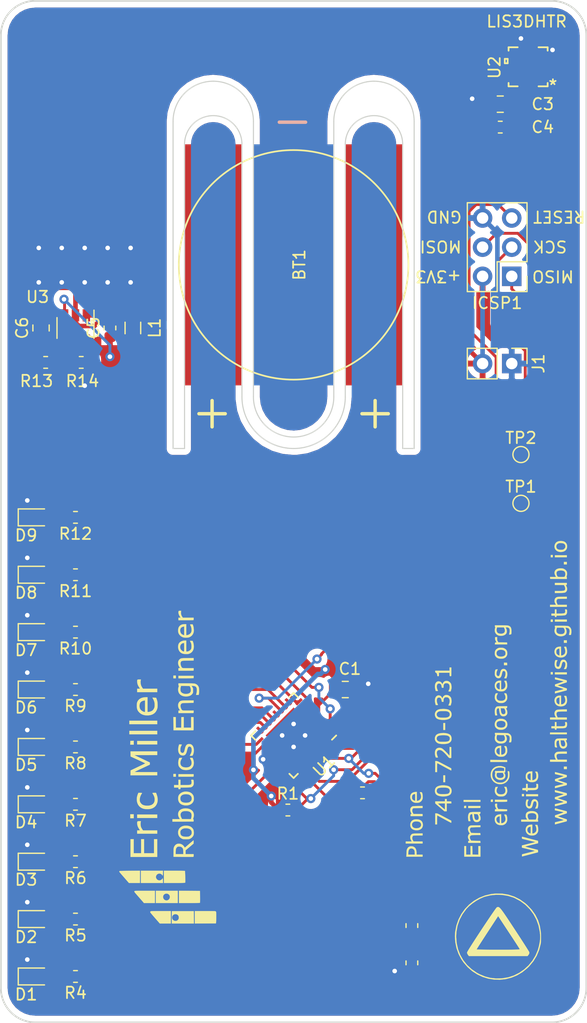
<source format=kicad_pcb>
(kicad_pcb (version 20171130) (host pcbnew 5.1.0-unknown-3692c51~82~ubuntu16.04.1)
  (layers (0 F.Cu signal) (31 B.Cu signal) (34 B.Paste user) (35 F.Paste user) (36 B.SilkS user) (37 F.SilkS user) (38 B.Mask user) (39 F.Mask user) (44 Edge.Cuts user))
  (net 0 "")
  (net 1 +BATT)
  (net 2 GND)
  (net 3 /LED_1)
  (net 4 /LED_2)
  (net 5 /LED_3)
  (net 6 /LED_4)
  (net 7 /LED_5)
  (net 8 /LED_6)
  (net 9 /LED_7)
  (net 10 /LED_8)
  (net 11 /SCK)
  (net 12 /RESET)
  (net 13 +3V3)
  (net 14 /MOSI)
  (net 15 /MISO)
  (net 16 /SDA)
  (net 17 /SCL)
  (net 18 /LED_0)
  (net 19 /TOUCH_RECEIVE)
  (net 20 "Net-(D1-Pad2)")
  (net 21 "Net-(D2-Pad2)")
  (net 22 "Net-(D3-Pad2)")
  (net 23 "Net-(D4-Pad2)")
  (net 24 "Net-(D5-Pad2)")
  (net 25 "Net-(D6-Pad2)")
  (net 26 "Net-(D7-Pad2)")
  (net 27 "Net-(D8-Pad2)")
  (net 28 "Net-(D9-Pad2)")
  (net 29 "Net-(L1-Pad1)")
  (net 30 "Net-(R13-Pad2)")
  (module CustomFootprints:CR2016VP (layer F.Cu) (at 210.197801 75.473789 90)
    (fp_text reference BT1 (at 0 0.5 90) (layer F.SilkS))
    (fp_text value CR-2016)
    (pad 1 smd rect (at 0 -7 90) (size 21 5) (layers F.Cu F.Mask) (net 1 +BATT))
    (pad 2 smd rect (at 0 0 90) (size 21 7) (layers B.Cu B.Mask) (net 2 GND))
    (pad 1 smd rect (at 0 7 90) (size 21 5) (layers F.Cu F.Mask) (net 1 +BATT))
  )
  (module CustomFootprints:button_v1 (layer F.Cu) (at 228 134 90)
    (fp_text reference "" (at 0 0 90) (layer F.SilkS) (effects (font (size 1.27 1.27))))
    (fp_text value "" (at 0 0 90) (layer F.SilkS) (effects (font (size 1.27 1.27))))
    (fp_poly (pts (xy 1.55205 -5.267535) (xy 1.673344 -5.240398) (xy 1.839529 -5.187841) (xy 2.420721 -4.949141) (xy 2.975237 -4.635329) (xy 3.494348 -4.254034) (xy 3.969327 -3.812886) (xy 4.391446 -3.319515) (xy 4.751977 -2.781552) (xy 4.898648 -2.513553) (xy 5.112604 -2.057569) (xy 5.271953 -1.628194) (xy 5.383345 -1.199326) (xy 5.45343 -0.744866) (xy 5.488858 -0.238713) (xy 5.490549 -0.1905) (xy 5.495553 0.229967) (xy 5.478308 0.595735) (xy 5.435145 0.934707) (xy 5.362393 1.274787) (xy 5.256386 1.643879) (xy 5.244399 1.68163) (xy 5.004318 2.299081) (xy 4.695815 2.873938) (xy 4.325043 3.402381) (xy 3.898157 3.880587) (xy 3.421309 4.304735) (xy 2.900653 4.671003) (xy 2.342342 4.97557) (xy 1.75253 5.214614) (xy 1.13737 5.384314) (xy 0.503015 5.480848) (xy -0.144381 5.500394) (xy -0.798665 5.439131) (xy -0.804333 5.438238) (xy -1.46522 5.292206) (xy -2.095384 5.070533) (xy -2.689273 4.777948) (xy -3.241336 4.419186) (xy -3.746023 3.998977) (xy -4.197782 3.522054) (xy -4.591061 2.993149) (xy -4.92031 2.416995) (xy -5.179976 1.798322) (xy -5.222342 1.672167) (xy -5.385828 1.029274) (xy -5.469459 0.370377) (xy -5.473718 -0.294298) (xy -5.399088 -0.954527) (xy -5.246053 -1.600084) (xy -5.041039 -2.161588) (xy -4.742929 -2.75154) (xy -4.378013 -3.299918) (xy -3.95334 -3.800131) (xy -3.475958 -4.245589) (xy -2.952914 -4.629704) (xy -2.391258 -4.945887) (xy -1.807844 -5.184267) (xy -1.630438 -5.238925) (xy -1.504573 -5.263081) (xy -1.404296 -5.260335) (xy -1.348229 -5.247998) (xy -1.165558 -5.159984) (xy -1.044683 -5.01418) (xy -0.986066 -4.811164) (xy -0.984198 -4.793708) (xy -0.985864 -4.639644) (xy -1.030189 -4.513211) (xy -1.126807 -4.404369) (xy -1.285349 -4.303078) (xy -1.51545 -4.199296) (xy -1.578245 -4.174507) (xy -2.136007 -3.914832) (xy -2.643446 -3.590429) (xy -3.096497 -3.20722) (xy -3.491096 -2.771124) (xy -3.823175 -2.288061) (xy -4.08867 -1.763952) (xy -4.283516 -1.204715) (xy -4.403647 -0.616272) (xy -4.444998 -0.004541) (xy -4.445 0) (xy -4.404363 0.610879) (xy -4.285361 1.197945) (xy -4.092357 1.7554) (xy -3.829713 2.277444) (xy -3.501794 2.758277) (xy -3.112962 3.1921) (xy -2.66758 3.573114) (xy -2.170012 3.895518) (xy -1.62462 4.153514) (xy -1.215134 4.293144) (xy -0.627278 4.421546) (xy -0.041785 4.468977) (xy 0.535051 4.439044) (xy 1.096936 4.335351) (xy 1.637576 4.161504) (xy 2.150676 3.921108) (xy 2.629943 3.617769) (xy 3.069083 3.255091) (xy 3.461801 2.836681) (xy 3.801803 2.366143) (xy 4.082795 1.847082) (xy 4.298483 1.283104) (xy 4.349512 1.105699) (xy 4.392698 0.932789) (xy 4.42302 0.777442) (xy 4.442762 0.617424) (xy 4.45421 0.430498) (xy 4.459648 0.194429) (xy 4.460972 0.021167) (xy 4.460407 -0.256148) (xy 4.454636 -0.470354) (xy 4.441714 -0.642944) (xy 4.419694 -0.795415) (xy 4.38663 -0.94926) (xy 4.365538 -1.032687) (xy 4.202027 -1.560637) (xy 3.99954 -2.027806) (xy 3.74738 -2.453218) (xy 3.434853 -2.855898) (xy 3.196167 -3.112542) (xy 3.018084 -3.286009) (xy 2.834859 -3.452875) (xy 2.666574 -3.595546) (xy 2.533309 -3.696425) (xy 2.518833 -3.706053) (xy 2.35015 -3.808582) (xy 2.14974 -3.919836) (xy 1.940472 -4.028193) (xy 1.745215 -4.122034) (xy 1.586839 -4.189739) (xy 1.524 -4.211548) (xy 1.29289 -4.301156) (xy 1.136685 -4.416105) (xy 1.047188 -4.565542) (xy 1.016199 -4.758613) (xy 1.016 -4.778317) (xy 1.055653 -4.961756) (xy 1.164255 -5.119244) (xy 1.326268 -5.230357) (xy 1.37386 -5.248682) (xy 1.460531 -5.269211) (xy 1.55205 -5.267535)) (layer F.Cu) (width 0.01))
  )
  (module Capacitor_SMD:C_0805_2012Metric (layer F.Cu) (at 214.697801 112.473789)
    (fp_text reference C1 (at 0.4 -1.8) (layer F.SilkS))
    (fp_text value 10uF)
    (pad 2 smd roundrect (at 0.9375 0) (size 0.975 1.4) (layers F.Cu F.Paste F.Mask) (net 2 GND))
    (pad 1 smd roundrect (at -0.9375 0) (size 0.975 1.4) (layers F.Cu F.Paste F.Mask) (net 13 +3V3))
  )
  (module Capacitor_SMD:C_0805_2012Metric (layer F.Cu) (at 228.197801 61.473789 180)
    (fp_text reference C3 (at -3.7 0 180) (layer F.SilkS))
    (fp_text value 10uF)
    (pad 2 smd roundrect (at 0.9375 0 180) (size 0.975 1.4) (layers F.Cu F.Paste F.Mask) (net 2 GND))
    (pad 1 smd roundrect (at -0.9375 0 180) (size 0.975 1.4) (layers F.Cu F.Paste F.Mask) (net 13 +3V3))
  )
  (module Capacitor_SMD:C_0603_1608Metric (layer F.Cu) (at 228.197801 63.473789 180)
    (fp_text reference C4 (at -3.7 0 180) (layer F.SilkS))
    (fp_text value 100nF)
    (pad 2 smd roundrect (at 0.7875 0 180) (size 0.875 0.95) (layers F.Cu F.Paste F.Mask) (net 2 GND))
    (pad 1 smd roundrect (at -0.7875 0 180) (size 0.875 0.95) (layers F.Cu F.Paste F.Mask) (net 13 +3V3))
  )
  (module LED_SMD:LED_0603_1608Metric (layer F.Cu) (at 187.697801 137.473789)
    (fp_text reference D1 (at -0.8 1.57) (layer F.SilkS))
    (fp_text value LED)
    (pad 2 smd roundrect (at 0.7875 0) (size 0.875 0.95) (layers F.Cu F.Paste F.Mask) (net 20 "Net-(D1-Pad2)"))
    (pad 1 smd roundrect (at -0.7875 0) (size 0.875 0.95) (layers F.Cu F.Paste F.Mask) (net 2 GND))
  )
  (module LED_SMD:LED_0603_1608Metric (layer F.Cu) (at 187.697801 132.473789)
    (fp_text reference D2 (at -0.8 1.57) (layer F.SilkS))
    (fp_text value LED)
    (pad 2 smd roundrect (at 0.7875 0) (size 0.875 0.95) (layers F.Cu F.Paste F.Mask) (net 21 "Net-(D2-Pad2)"))
    (pad 1 smd roundrect (at -0.7875 0) (size 0.875 0.95) (layers F.Cu F.Paste F.Mask) (net 2 GND))
  )
  (module LED_SMD:LED_0603_1608Metric (layer F.Cu) (at 187.697801 127.473789)
    (fp_text reference D3 (at -0.8 1.57) (layer F.SilkS))
    (fp_text value LED)
    (pad 2 smd roundrect (at 0.7875 0) (size 0.875 0.95) (layers F.Cu F.Paste F.Mask) (net 22 "Net-(D3-Pad2)"))
    (pad 1 smd roundrect (at -0.7875 0) (size 0.875 0.95) (layers F.Cu F.Paste F.Mask) (net 2 GND))
  )
  (module LED_SMD:LED_0603_1608Metric (layer F.Cu) (at 187.697801 122.473789)
    (fp_text reference D4 (at -0.8 1.57) (layer F.SilkS))
    (fp_text value LED)
    (pad 2 smd roundrect (at 0.7875 0) (size 0.875 0.95) (layers F.Cu F.Paste F.Mask) (net 23 "Net-(D4-Pad2)"))
    (pad 1 smd roundrect (at -0.7875 0) (size 0.875 0.95) (layers F.Cu F.Paste F.Mask) (net 2 GND))
  )
  (module LED_SMD:LED_0603_1608Metric (layer F.Cu) (at 187.697801 117.473789)
    (fp_text reference D5 (at -0.8 1.57) (layer F.SilkS))
    (fp_text value LED)
    (pad 2 smd roundrect (at 0.7875 0) (size 0.875 0.95) (layers F.Cu F.Paste F.Mask) (net 24 "Net-(D5-Pad2)"))
    (pad 1 smd roundrect (at -0.7875 0) (size 0.875 0.95) (layers F.Cu F.Paste F.Mask) (net 2 GND))
  )
  (module LED_SMD:LED_0603_1608Metric (layer F.Cu) (at 187.697801 112.473789)
    (fp_text reference D6 (at -0.8 1.57) (layer F.SilkS))
    (fp_text value LED)
    (pad 2 smd roundrect (at 0.7875 0) (size 0.875 0.95) (layers F.Cu F.Paste F.Mask) (net 25 "Net-(D6-Pad2)"))
    (pad 1 smd roundrect (at -0.7875 0) (size 0.875 0.95) (layers F.Cu F.Paste F.Mask) (net 2 GND))
  )
  (module LED_SMD:LED_0603_1608Metric (layer F.Cu) (at 187.697801 107.473789)
    (fp_text reference D7 (at -0.8 1.57) (layer F.SilkS))
    (fp_text value LED)
    (pad 2 smd roundrect (at 0.7875 0) (size 0.875 0.95) (layers F.Cu F.Paste F.Mask) (net 26 "Net-(D7-Pad2)"))
    (pad 1 smd roundrect (at -0.7875 0) (size 0.875 0.95) (layers F.Cu F.Paste F.Mask) (net 2 GND))
  )
  (module LED_SMD:LED_0603_1608Metric (layer F.Cu) (at 187.697801 102.473789)
    (fp_text reference D8 (at -0.8 1.57) (layer F.SilkS))
    (fp_text value LED)
    (pad 2 smd roundrect (at 0.7875 0) (size 0.875 0.95) (layers F.Cu F.Paste F.Mask) (net 27 "Net-(D8-Pad2)"))
    (pad 1 smd roundrect (at -0.7875 0) (size 0.875 0.95) (layers F.Cu F.Paste F.Mask) (net 2 GND))
  )
  (module LED_SMD:LED_0603_1608Metric (layer F.Cu) (at 187.697801 97.473789)
    (fp_text reference D9 (at -0.8 1.57) (layer F.SilkS))
    (fp_text value LED)
    (pad 2 smd roundrect (at 0.7875 0) (size 0.875 0.95) (layers F.Cu F.Paste F.Mask) (net 28 "Net-(D9-Pad2)"))
    (pad 1 smd roundrect (at -0.7875 0) (size 0.875 0.95) (layers F.Cu F.Paste F.Mask) (net 2 GND))
  )
  (module Connector_PinHeader_2.54mm:PinHeader_2x03_P2.54mm_Vertical (layer F.Cu) (at 229.197801 76.473789 180)
    (fp_text reference ICSP1 (at 1.27 -2.33 180) (layer F.SilkS))
    (fp_text value ICSP)
    (pad 6 thru_hole oval (at 2.54 5.08 180) (size 1.7 1.7) (drill 1) (layers *.Cu *.Mask) (net 2 GND))
    (pad 5 thru_hole oval (at 0 5.08 180) (size 1.7 1.7) (drill 1) (layers *.Cu *.Mask) (net 12 /RESET))
    (pad 4 thru_hole oval (at 2.54 2.54 180) (size 1.7 1.7) (drill 1) (layers *.Cu *.Mask) (net 14 /MOSI))
    (pad 3 thru_hole oval (at 0 2.54 180) (size 1.7 1.7) (drill 1) (layers *.Cu *.Mask) (net 11 /SCK))
    (pad 2 thru_hole oval (at 2.54 0 180) (size 1.7 1.7) (drill 1) (layers *.Cu *.Mask) (net 13 +3V3))
    (pad 1 thru_hole rect (at 0 0 180) (size 1.7 1.7) (drill 1) (layers *.Cu *.Mask) (net 15 /MISO))
  )
  (module CustomFootprints:LIS3DHTR (layer F.Cu) (at 230.6228 58.218788 180)
    (fp_text reference U2 (at 2.924999 -0.055001 270) (layer F.SilkS))
    (fp_text value LIS3DHTR (at 0.124999 3.944999 180) (layer F.SilkS))
    (fp_text user * (at -2.159 -1.631 180) (layer F.SilkS))
    (pad 16 smd rect (at -0.499999 -1.3462 180) (size 0.254 0.3556) (layers F.Cu F.Paste F.Mask))
    (pad 15 smd rect (at 0 -1.3462 180) (size 0.254 0.3556) (layers F.Cu F.Paste F.Mask))
    (pad 14 smd rect (at 0.499999 -1.3462 180) (size 0.254 0.3556) (layers F.Cu F.Paste F.Mask) (net 13 +3V3))
    (pad 13 smd rect (at 1.3462 -1.000001 270) (size 0.254 0.3556) (layers F.Cu F.Paste F.Mask))
    (pad 12 smd rect (at 1.3462 -0.499999 270) (size 0.254 0.3556) (layers F.Cu F.Paste F.Mask) (net 2 GND))
    (pad 11 smd rect (at 1.3462 0 270) (size 0.254 0.3556) (layers F.Cu F.Paste F.Mask))
    (pad 10 smd rect (at 1.3462 0.499999 270) (size 0.254 0.3556) (layers F.Cu F.Paste F.Mask) (net 2 GND))
    (pad 9 smd rect (at 1.3462 1.000001 270) (size 0.254 0.3556) (layers F.Cu F.Paste F.Mask))
    (pad 8 smd rect (at 0.499999 1.3462 180) (size 0.254 0.3556) (layers F.Cu F.Paste F.Mask) (net 13 +3V3))
    (pad 7 smd rect (at 0 1.3462 180) (size 0.254 0.3556) (layers F.Cu F.Paste F.Mask) (net 2 GND))
    (pad 6 smd rect (at -0.499999 1.3462 180) (size 0.254 0.3556) (layers F.Cu F.Paste F.Mask) (net 16 /SDA))
    (pad 5 smd rect (at -1.3462 1.000001 270) (size 0.254 0.3556) (layers F.Cu F.Paste F.Mask) (net 2 GND))
    (pad 4 smd rect (at -1.3462 0.499999 270) (size 0.254 0.3556) (layers F.Cu F.Paste F.Mask) (net 17 /SCL))
    (pad 3 smd rect (at -1.3462 0 270) (size 0.254 0.3556) (layers F.Cu F.Paste F.Mask))
    (pad 2 smd rect (at -1.3462 -0.499999 270) (size 0.254 0.3556) (layers F.Cu F.Paste F.Mask))
    (pad 1 smd rect (at -1.3462 -1.000001 270) (size 0.254 0.3556) (layers F.Cu F.Paste F.Mask) (net 13 +3V3))
  )
  (module Inductors_SMD:L_0603 (layer F.Cu) (at 196.197801 80.973789 270)
    (fp_text reference L1 (at 0 -1.9 270) (layer F.SilkS))
    (fp_text value 4.7uH)
    (pad 2 smd rect (at 0.75 0 270) (size 0.5 0.9) (layers F.Cu F.Paste F.Mask) (net 1 +BATT))
    (pad 1 smd rect (at -0.75 0 270) (size 0.5 0.9) (layers F.Cu F.Paste F.Mask) (net 29 "Net-(L1-Pad1)"))
  )
  (module Housings_DFN_QFN:QFN-32-1EP_5x5mm_Pitch0.5mm (layer F.Cu) (at 210.197801 116.473789 225)
    (fp_text reference U1 (at 0 -3.75 225) (layer F.SilkS))
    (fp_text value ATTINY861-15MZ)
    (pad 33 smd rect (at -0.8625 -0.8625 225) (size 1.725 1.725) (layers F.Cu F.Paste F.Mask) (net 2 GND))
    (pad 33 smd rect (at -0.8625 0.8625 225) (size 1.725 1.725) (layers F.Cu F.Paste F.Mask) (net 2 GND))
    (pad 33 smd rect (at 0.8625 -0.8625 225) (size 1.725 1.725) (layers F.Cu F.Paste F.Mask) (net 2 GND))
    (pad 33 smd rect (at 0.8625 0.8625 225) (size 1.725 1.725) (layers F.Cu F.Paste F.Mask) (net 2 GND))
    (pad 32 smd rect (at -1.75 -2.4 315) (size 0.7 0.25) (layers F.Cu F.Paste F.Mask) (net 11 /SCK))
    (pad 31 smd rect (at -1.25 -2.4 315) (size 0.7 0.25) (layers F.Cu F.Paste F.Mask) (net 15 /MISO))
    (pad 30 smd rect (at -0.75 -2.4 315) (size 0.7 0.25) (layers F.Cu F.Paste F.Mask) (net 14 /MOSI))
    (pad 29 smd rect (at -0.25 -2.4 315) (size 0.7 0.25) (layers F.Cu F.Paste F.Mask))
    (pad 28 smd rect (at 0.25 -2.4 315) (size 0.7 0.25) (layers F.Cu F.Paste F.Mask))
    (pad 27 smd rect (at 0.75 -2.4 315) (size 0.7 0.25) (layers F.Cu F.Paste F.Mask))
    (pad 26 smd rect (at 1.25 -2.4 315) (size 0.7 0.25) (layers F.Cu F.Paste F.Mask) (net 16 /SDA))
    (pad 25 smd rect (at 1.75 -2.4 315) (size 0.7 0.25) (layers F.Cu F.Paste F.Mask) (net 19 /TOUCH_RECEIVE))
    (pad 24 smd rect (at 2.4 -1.75 225) (size 0.7 0.25) (layers F.Cu F.Paste F.Mask))
    (pad 23 smd rect (at 2.4 -1.25 225) (size 0.7 0.25) (layers F.Cu F.Paste F.Mask) (net 17 /SCL))
    (pad 22 smd rect (at 2.4 -0.75 225) (size 0.7 0.25) (layers F.Cu F.Paste F.Mask) (net 18 /LED_0))
    (pad 21 smd rect (at 2.4 -0.25 225) (size 0.7 0.25) (layers F.Cu F.Paste F.Mask) (net 2 GND))
    (pad 20 smd rect (at 2.4 0.25 225) (size 0.7 0.25) (layers F.Cu F.Paste F.Mask))
    (pad 19 smd rect (at 2.4 0.75 225) (size 0.7 0.25) (layers F.Cu F.Paste F.Mask))
    (pad 18 smd rect (at 2.4 1.25 225) (size 0.7 0.25) (layers F.Cu F.Paste F.Mask) (net 13 +3V3))
    (pad 17 smd rect (at 2.4 1.75 225) (size 0.7 0.25) (layers F.Cu F.Paste F.Mask) (net 3 /LED_1))
    (pad 16 smd rect (at 1.75 2.4 315) (size 0.7 0.25) (layers F.Cu F.Paste F.Mask))
    (pad 15 smd rect (at 1.25 2.4 315) (size 0.7 0.25) (layers F.Cu F.Paste F.Mask) (net 4 /LED_2))
    (pad 14 smd rect (at 0.75 2.4 315) (size 0.7 0.25) (layers F.Cu F.Paste F.Mask) (net 5 /LED_3))
    (pad 13 smd rect (at 0.25 2.4 315) (size 0.7 0.25) (layers F.Cu F.Paste F.Mask) (net 6 /LED_4))
    (pad 12 smd rect (at -0.25 2.4 315) (size 0.7 0.25) (layers F.Cu F.Paste F.Mask))
    (pad 11 smd rect (at -0.75 2.4 315) (size 0.7 0.25) (layers F.Cu F.Paste F.Mask) (net 12 /RESET))
    (pad 10 smd rect (at -1.25 2.4 315) (size 0.7 0.25) (layers F.Cu F.Paste F.Mask) (net 7 /LED_5))
    (pad 9 smd rect (at -1.75 2.4 315) (size 0.7 0.25) (layers F.Cu F.Paste F.Mask))
    (pad 8 smd rect (at -2.4 1.75 225) (size 0.7 0.25) (layers F.Cu F.Paste F.Mask) (net 8 /LED_6))
    (pad 7 smd rect (at -2.4 1.25 225) (size 0.7 0.25) (layers F.Cu F.Paste F.Mask) (net 9 /LED_7))
    (pad 6 smd rect (at -2.4 0.75 225) (size 0.7 0.25) (layers F.Cu F.Paste F.Mask))
    (pad 5 smd rect (at -2.4 0.25 225) (size 0.7 0.25) (layers F.Cu F.Paste F.Mask) (net 2 GND))
    (pad 4 smd rect (at -2.4 -0.25 225) (size 0.7 0.25) (layers F.Cu F.Paste F.Mask) (net 13 +3V3))
    (pad 3 smd rect (at -2.4 -0.75 225) (size 0.7 0.25) (layers F.Cu F.Paste F.Mask))
    (pad 2 smd rect (at -2.4 -1.25 225) (size 0.7 0.25) (layers F.Cu F.Paste F.Mask) (net 10 /LED_8))
    (pad 1 smd rect (at -2.4 -1.75 225) (size 0.7 0.25) (layers F.Cu F.Paste F.Mask))
  )
  (module TO_SOT_Packages_SMD:SOT-23-6 (layer F.Cu) (at 191.197801 80.973789 270)
    (fp_text reference U3 (at -2.7 3.3) (layer F.SilkS))
    (fp_text value MCP1640DT-I/CHY)
    (pad 5 smd rect (at 1.1 0 270) (size 1.06 0.65) (layers F.Cu F.Paste F.Mask) (net 13 +3V3))
    (pad 6 smd rect (at 1.1 -0.95 270) (size 1.06 0.65) (layers F.Cu F.Paste F.Mask) (net 1 +BATT))
    (pad 4 smd rect (at 1.1 0.95 270) (size 1.06 0.65) (layers F.Cu F.Paste F.Mask) (net 30 "Net-(R13-Pad2)"))
    (pad 3 smd rect (at -1.1 0.95 270) (size 1.06 0.65) (layers F.Cu F.Paste F.Mask) (net 1 +BATT))
    (pad 2 smd rect (at -1.1 0 270) (size 1.06 0.65) (layers F.Cu F.Paste F.Mask) (net 2 GND))
    (pad 1 smd rect (at -1.1 -0.95 270) (size 1.06 0.65) (layers F.Cu F.Paste F.Mask) (net 29 "Net-(L1-Pad1)"))
  )
  (module Capacitor_SMD:C_0805_2012Metric (layer F.Cu) (at 188.197801 80.973789 90)
    (fp_text reference C6 (at 0 -1.65 90) (layer F.SilkS))
    (fp_text value 10uF)
    (pad 1 smd roundrect (at -0.9375 0 90) (size 0.975 1.4) (layers F.Cu F.Paste F.Mask) (net 13 +3V3))
    (pad 2 smd roundrect (at 0.9375 0 90) (size 0.975 1.4) (layers F.Cu F.Paste F.Mask) (net 2 GND))
  )
  (module Connector_PinHeader_2.54mm:PinHeader_1x02_P2.54mm_Vertical (layer F.Cu) (at 229.197801 84.073789 270)
    (fp_text reference J1 (at 0 -2.33 270) (layer F.SilkS))
    (fp_text value PWR)
    (pad 1 thru_hole rect (at 0 0 270) (size 1.7 1.7) (drill 1) (layers *.Cu *.Mask) (net 2 GND))
    (pad 2 thru_hole oval (at 0 2.54 270) (size 1.7 1.7) (drill 1) (layers *.Cu *.Mask) (net 13 +3V3))
  )
  (module Resistor_SMD:R_0603_1608Metric (layer F.Cu) (at 220.5 133.0375 90)
    (fp_text reference R3 hide)
    (fp_text value 976k)
    (pad 1 smd roundrect (at -0.7875 0 90) (size 0.875 0.95) (layers F.Cu F.Paste F.Mask) (net 19 /TOUCH_RECEIVE))
    (pad 2 smd roundrect (at 0.7875 0 90) (size 0.875 0.95) (layers F.Cu F.Paste F.Mask) (net 14 /MOSI))
  )
  (module Resistor_SMD:R_0603_1608Metric (layer F.Cu) (at 209.697801 122.973789)
    (fp_text reference R1 (at 0 -1.43) (layer F.SilkS))
    (fp_text value 10k)
    (pad 1 smd roundrect (at -0.7875 0) (size 0.875 0.95) (layers F.Cu F.Paste F.Mask) (net 13 +3V3))
    (pad 2 smd roundrect (at 0.7875 0) (size 0.875 0.95) (layers F.Cu F.Paste F.Mask) (net 17 /SCL))
  )
  (module Resistor_SMD:R_0603_1608Metric (layer F.Cu) (at 216.197801 121.473789 180)
    (fp_text reference R2 hide)
    (fp_text value 10k)
    (pad 2 smd roundrect (at 0.7875 0 180) (size 0.875 0.95) (layers F.Cu F.Paste F.Mask) (net 16 /SDA))
    (pad 1 smd roundrect (at -0.7875 0 180) (size 0.875 0.95) (layers F.Cu F.Paste F.Mask) (net 13 +3V3))
  )
  (module Resistor_SMD:R_0603_1608Metric (layer F.Cu) (at 191.197801 137.473789 180)
    (fp_text reference R4 (at 0 -1.43 180) (layer F.SilkS))
    (fp_text value 150R)
    (pad 2 smd roundrect (at 0.7875 0 180) (size 0.875 0.95) (layers F.Cu F.Paste F.Mask) (net 20 "Net-(D1-Pad2)"))
    (pad 1 smd roundrect (at -0.7875 0 180) (size 0.875 0.95) (layers F.Cu F.Paste F.Mask) (net 18 /LED_0))
  )
  (module Resistor_SMD:R_0603_1608Metric (layer F.Cu) (at 191.197801 132.473789 180)
    (fp_text reference R5 (at 0 -1.43 180) (layer F.SilkS))
    (fp_text value 150R)
    (pad 1 smd roundrect (at -0.7875 0 180) (size 0.875 0.95) (layers F.Cu F.Paste F.Mask) (net 3 /LED_1))
    (pad 2 smd roundrect (at 0.7875 0 180) (size 0.875 0.95) (layers F.Cu F.Paste F.Mask) (net 21 "Net-(D2-Pad2)"))
  )
  (module Resistor_SMD:R_0603_1608Metric (layer F.Cu) (at 191.197801 127.473789 180)
    (fp_text reference R6 (at 0 -1.43 180) (layer F.SilkS))
    (fp_text value 150R)
    (pad 2 smd roundrect (at 0.7875 0 180) (size 0.875 0.95) (layers F.Cu F.Paste F.Mask) (net 22 "Net-(D3-Pad2)"))
    (pad 1 smd roundrect (at -0.7875 0 180) (size 0.875 0.95) (layers F.Cu F.Paste F.Mask) (net 4 /LED_2))
  )
  (module Resistor_SMD:R_0603_1608Metric (layer F.Cu) (at 191.197801 122.473789 180)
    (fp_text reference R7 (at 0 -1.43 180) (layer F.SilkS))
    (fp_text value 150R)
    (pad 1 smd roundrect (at -0.7875 0 180) (size 0.875 0.95) (layers F.Cu F.Paste F.Mask) (net 5 /LED_3))
    (pad 2 smd roundrect (at 0.7875 0 180) (size 0.875 0.95) (layers F.Cu F.Paste F.Mask) (net 23 "Net-(D4-Pad2)"))
  )
  (module Resistor_SMD:R_0603_1608Metric (layer F.Cu) (at 191.197801 117.473789 180)
    (fp_text reference R8 (at 0 -1.43 180) (layer F.SilkS))
    (fp_text value 150R)
    (pad 2 smd roundrect (at 0.7875 0 180) (size 0.875 0.95) (layers F.Cu F.Paste F.Mask) (net 24 "Net-(D5-Pad2)"))
    (pad 1 smd roundrect (at -0.7875 0 180) (size 0.875 0.95) (layers F.Cu F.Paste F.Mask) (net 6 /LED_4))
  )
  (module Resistor_SMD:R_0603_1608Metric (layer F.Cu) (at 191.197801 112.473789 180)
    (fp_text reference R9 (at 0 -1.43 180) (layer F.SilkS))
    (fp_text value 150R)
    (pad 1 smd roundrect (at -0.7875 0 180) (size 0.875 0.95) (layers F.Cu F.Paste F.Mask) (net 7 /LED_5))
    (pad 2 smd roundrect (at 0.7875 0 180) (size 0.875 0.95) (layers F.Cu F.Paste F.Mask) (net 25 "Net-(D6-Pad2)"))
  )
  (module Resistor_SMD:R_0603_1608Metric (layer F.Cu) (at 191.197801 107.473789 180)
    (fp_text reference R10 (at 0 -1.43 180) (layer F.SilkS))
    (fp_text value 150R)
    (pad 2 smd roundrect (at 0.7875 0 180) (size 0.875 0.95) (layers F.Cu F.Paste F.Mask) (net 26 "Net-(D7-Pad2)"))
    (pad 1 smd roundrect (at -0.7875 0 180) (size 0.875 0.95) (layers F.Cu F.Paste F.Mask) (net 8 /LED_6))
  )
  (module Resistor_SMD:R_0603_1608Metric (layer F.Cu) (at 191.197801 102.473789 180)
    (fp_text reference R11 (at 0 -1.43 180) (layer F.SilkS))
    (fp_text value 150R)
    (pad 1 smd roundrect (at -0.7875 0 180) (size 0.875 0.95) (layers F.Cu F.Paste F.Mask) (net 9 /LED_7))
    (pad 2 smd roundrect (at 0.7875 0 180) (size 0.875 0.95) (layers F.Cu F.Paste F.Mask) (net 27 "Net-(D8-Pad2)"))
  )
  (module Resistor_SMD:R_0603_1608Metric (layer F.Cu) (at 191.197801 97.473789 180)
    (fp_text reference R12 (at 0 -1.43 180) (layer F.SilkS))
    (fp_text value 150R)
    (pad 1 smd roundrect (at -0.7875 0 180) (size 0.875 0.95) (layers F.Cu F.Paste F.Mask) (net 10 /LED_8))
    (pad 2 smd roundrect (at 0.7875 0 180) (size 0.875 0.95) (layers F.Cu F.Paste F.Mask) (net 28 "Net-(D9-Pad2)"))
  )
  (module Resistor_SMD:R_0603_1608Metric (layer F.Cu) (at 188.6 83.973789)
    (fp_text reference R13 (at -0.797801 1.626211) (layer F.SilkS))
    (fp_text value 976k)
    (pad 2 smd roundrect (at 0.7875 0) (size 0.875 0.95) (layers F.Cu F.Paste F.Mask) (net 30 "Net-(R13-Pad2)"))
    (pad 1 smd roundrect (at -0.7875 0) (size 0.875 0.95) (layers F.Cu F.Paste F.Mask) (net 13 +3V3))
  )
  (module Resistor_SMD:R_0603_1608Metric (layer F.Cu) (at 191.697801 83.973789)
    (fp_text reference R14 (at 0.102199 1.626211) (layer F.SilkS))
    (fp_text value 562k)
    (pad 2 smd roundrect (at 0.7875 0) (size 0.875 0.95) (layers F.Cu F.Paste F.Mask) (net 2 GND))
    (pad 1 smd roundrect (at -0.7875 0) (size 0.875 0.95) (layers F.Cu F.Paste F.Mask) (net 30 "Net-(R13-Pad2)"))
  )
  (module CustomFootprints:CAP_TOUCH (layer F.Cu) (at 228 134)
    (fp_text reference BTN1)
    (fp_text value "Cap Sense")
    (pad 1 smd circle (at 0 0) (size 7.5 7.5) (layers F.Cu) (net 19 /TOUCH_RECEIVE))
  )
  (module CustomFootprints:EricCardSilkscreen (layer F.Cu) (at 211.25 94.75 90)
    (fp_text reference G*** hide)
    (fp_text value LOGO hide)
  )
  (module Capacitor_SMD:C_0603_1608Metric (layer F.Cu) (at 220.5 136.2875 270)
    (fp_text reference C2 hide)
    (fp_text value 22pf)
    (pad 2 smd roundrect (at 0.7875 0 270) (size 0.875 0.95) (layers F.Cu F.Paste F.Mask) (net 2 GND))
    (pad 1 smd roundrect (at -0.7875 0 270) (size 0.875 0.95) (layers F.Cu F.Paste F.Mask) (net 19 /TOUCH_RECEIVE))
  )
  (module Capacitor_SMD:C_0603_1608Metric (layer F.Cu) (at 194.197801 80.973789 90)
    (fp_text reference C5 (at 0 -1.43 90) (layer F.SilkS))
    (fp_text value 4.7uF)
    (pad 1 smd roundrect (at -0.7875 0 90) (size 0.875 0.95) (layers F.Cu F.Paste F.Mask) (net 1 +BATT))
    (pad 2 smd roundrect (at 0.7875 0 90) (size 0.875 0.95) (layers F.Cu F.Paste F.Mask) (net 2 GND))
  )
  (module TestPoint:TestPoint_Pad_D1.0mm (layer F.Cu) (at 230 96.25)
    (fp_text reference TP1 (at 0 -1.448) (layer F.SilkS))
    (fp_text value TestPoint)
    (pad 1 smd circle (at 0 0) (size 1 1) (layers F.Cu F.Mask) (net 16 /SDA))
  )
  (module TestPoint:TestPoint_Pad_D1.0mm (layer F.Cu) (at 230 92)
    (fp_text reference TP2 (at 0 -1.448) (layer F.SilkS))
    (fp_text value TestPoint)
    (pad 1 smd circle (at 0 0) (size 1 1) (layers F.Cu F.Mask) (net 17 /SCL))
  )
  (gr_text - (at 210.097801 63.273789 180) (layer B.SilkS) (effects (font (size 3 3) (thickness 0.3)) (justify mirror)))
  (gr_arc (start 187.697801 55.473789) (end 187.697801 52.473789) (angle -90) (layer Edge.Cuts) (width 0.15))
  (gr_arc (start 232.697801 55.473789) (end 235.697801 55.473789) (angle -90) (layer Edge.Cuts) (width 0.15))
  (gr_arc (start 187.697801 138.473789) (end 184.697801 138.473789) (angle -90) (layer Edge.Cuts) (width 0.15))
  (gr_arc (start 232.697801 138.473789) (end 232.697801 141.473789) (angle -90) (layer Edge.Cuts) (width 0.15))
  (gr_text + (at 203.097801 88.673789 180) (layer F.SilkS) (effects (font (size 3 3) (thickness 0.3))))
  (gr_text + (at 217.297801 88.673789 180) (layer F.SilkS) (effects (font (size 3 3) (thickness 0.3))))
  (gr_text +3V3 (at 220.697801 76.473789 180) (layer F.SilkS) (effects (font (size 1 1)) (justify right)))
  (gr_text MOSI (at 221.097801 73.873789 180) (layer F.SilkS) (effects (font (size 1 1)) (justify right)))
  (gr_text GND (at 221.697801 71.273789 180) (layer F.SilkS) (effects (font (size 1 1)) (justify right)))
  (gr_text RESET (at 235.697801 71.273789 180) (layer F.SilkS) (effects (font (size 1 1)) (justify left)))
  (gr_text SCK (at 234.097801 73.873789 180) (layer F.SilkS) (effects (font (size 1 1)) (justify left)))
  (gr_text MISO (at 234.697801 76.473789 180) (layer F.SilkS) (effects (font (size 1 1)) (justify left)))
  (gr_arc (start 210.197801 86.973789) (end 210.197801 91.473789) (angle -90) (layer Edge.Cuts) (width 0.1))
  (gr_line (start 206.697801 62.973789) (end 206.697801 86.973789) (layer Edge.Cuts) (width 0.1))
  (gr_arc (start 203.197801 64.973789) (end 205.697801 64.973789) (angle -180) (layer Edge.Cuts) (width 0.1))
  (gr_line (start 219.697801 91.473789) (end 220.697801 91.473789) (layer Edge.Cuts) (width 0.1))
  (gr_line (start 220.697801 91.473789) (end 220.697801 62.973789) (layer Edge.Cuts) (width 0.1))
  (gr_arc (start 210.197801 86.973789) (end 206.697801 86.973789) (angle -180) (layer Edge.Cuts) (width 0.1))
  (gr_line (start 214.697801 86.973789) (end 214.697801 64.973789) (layer Edge.Cuts) (width 0.1))
  (gr_arc (start 217.197801 64.973789) (end 219.697801 64.973789) (angle -180) (layer Edge.Cuts) (width 0.1))
  (gr_line (start 213.697801 62.973789) (end 213.697801 86.973789) (layer Edge.Cuts) (width 0.1))
  (gr_line (start 205.697801 86.973789) (end 205.697801 64.973789) (layer Edge.Cuts) (width 0.1))
  (gr_line (start 200.697801 64.973789) (end 200.697801 91.473789) (layer Edge.Cuts) (width 0.1))
  (gr_line (start 200.697801 91.473789) (end 199.697801 91.473789) (layer Edge.Cuts) (width 0.1))
  (gr_arc (start 217.197801 62.973789) (end 220.697801 62.973789) (angle -90) (layer Edge.Cuts) (width 0.1))
  (gr_line (start 199.697801 91.473789) (end 199.697801 62.973789) (layer Edge.Cuts) (width 0.1))
  (gr_arc (start 217.197801 62.973789) (end 217.197801 59.473789) (angle -90) (layer Edge.Cuts) (width 0.1))
  (gr_arc (start 210.197801 86.973789) (end 205.697801 86.973789) (angle -90) (layer Edge.Cuts) (width 0.1))
  (gr_arc (start 203.197801 62.973789) (end 203.197801 59.473789) (angle -90) (layer Edge.Cuts) (width 0.1))
  (gr_arc (start 203.197801 62.973789) (end 206.697801 62.973789) (angle -90) (layer Edge.Cuts) (width 0.1))
  (gr_line (start 219.697801 64.973789) (end 219.697801 91.473789) (layer Edge.Cuts) (width 0.1))
  (gr_line (start 187.697801 141.473789) (end 232.697801 141.473789) (layer Edge.Cuts) (width 0.15))
  (gr_line (start 184.697801 55.473789) (end 184.697801 138.473789) (layer Edge.Cuts) (width 0.15))
  (gr_line (start 232.697801 52.473789) (end 187.697801 52.473789) (layer Edge.Cuts) (width 0.15))
  (gr_line (start 235.697801 138.473789) (end 235.697801 55.473789) (layer Edge.Cuts) (width 0.15))
  (segment (start 195.947801 82.723789) (end 196.197801 82.473789) (width 0.4) (layer F.Cu) (net 1))
  (segment (start 196.197801 82.473789) (end 196.197801 81.723789) (width 0.4) (layer F.Cu) (net 1))
  (via (at 190.197801 78.473789) (size 0.8) (drill 0.4) (layers F.Cu B.Cu) (net 1))
  (segment (start 190.247801 79.873789) (end 190.247801 78.523789) (width 0.25) (layer F.Cu) (net 1))
  (segment (start 190.247801 78.523789) (end 190.197801 78.473789) (width 0.25) (layer F.Cu) (net 1))
  (segment (start 190.197801 78.473789) (end 194.197801 82.473789) (width 0.25) (layer B.Cu) (net 1))
  (segment (start 194.197801 82.473789) (end 194.197801 83.473789) (width 0.25) (layer B.Cu) (net 1))
  (segment (start 203.197801 93.302199) (end 201.75 94.75) (width 0.4) (layer F.Cu) (net 1))
  (segment (start 201.75 94.75) (end 199.25 94.75) (width 0.4) (layer F.Cu) (net 1))
  (segment (start 199.25 94.75) (end 196.5 92) (width 0.4) (layer F.Cu) (net 1))
  (segment (start 195.25 84.525988) (end 195.25 82.723789) (width 0.4) (layer F.Cu) (net 1))
  (segment (start 196.5 85.775988) (end 195.25 84.525988) (width 0.4) (layer F.Cu) (net 1))
  (segment (start 196.5 92) (end 196.5 85.775988) (width 0.4) (layer F.Cu) (net 1))
  (segment (start 195.25 82.723789) (end 195.947801 82.723789) (width 0.4) (layer F.Cu) (net 1))
  (segment (start 194.197801 82.473789) (end 194.197801 81.723789) (width 0.4) (layer F.Cu) (net 1))
  (segment (start 194.197801 82.473789) (end 194.447801 82.723789) (width 0.4) (layer F.Cu) (net 1))
  (segment (start 194.447801 82.723789) (end 195.25 82.723789) (width 0.4) (layer F.Cu) (net 1))
  (segment (start 192.872801 82.073789) (end 193.197801 82.398789) (width 0.4) (layer F.Cu) (net 1))
  (segment (start 192.147801 82.073789) (end 192.872801 82.073789) (width 0.4) (layer F.Cu) (net 1))
  (segment (start 193.197801 82.723789) (end 193.947801 82.723789) (width 0.4) (layer F.Cu) (net 1))
  (segment (start 193.197801 82.398789) (end 193.197801 82.723789) (width 0.4) (layer F.Cu) (net 1))
  (segment (start 193.947801 82.723789) (end 194.197801 82.473789) (width 0.4) (layer F.Cu) (net 1))
  (segment (start 194.197801 83.473789) (end 194.197801 81.723789) (width 0.25) (layer F.Cu) (net 1))
  (via (at 194.197801 83.473789) (size 0.8) (drill 0.4) (layers F.Cu B.Cu) (net 1))
  (segment (start 217.197801 75.473789) (end 217.197801 91.552199) (width 0.4) (layer F.Cu) (net 1))
  (segment (start 215.75 93) (end 203.197801 93) (width 0.4) (layer F.Cu) (net 1))
  (segment (start 217.197801 91.552199) (end 215.75 93) (width 0.4) (layer F.Cu) (net 1))
  (segment (start 203.197801 75.473789) (end 203.197801 93) (width 0.4) (layer F.Cu) (net 1))
  (segment (start 203.197801 93) (end 203.197801 93.302199) (width 0.4) (layer F.Cu) (net 1))
  (via (at 209.197801 116.473789) (size 0.8) (drill 0.4) (layers F.Cu B.Cu) (net 2))
  (via (at 211.197801 116.473789) (size 0.8) (drill 0.4) (layers F.Cu B.Cu) (net 2))
  (via (at 210.197801 115.473789) (size 0.8) (drill 0.4) (layers F.Cu B.Cu) (net 2))
  (via (at 210.197801 117.473789) (size 0.8) (drill 0.4) (layers F.Cu B.Cu) (net 2))
  (segment (start 191.197801 80.498791) (end 191.197801 79.873789) (width 0.4) (layer F.Cu) (net 2))
  (segment (start 192.8428 80.80379) (end 191.5028 80.80379) (width 0.4) (layer F.Cu) (net 2))
  (segment (start 193.422801 80.223789) (end 192.8428 80.80379) (width 0.4) (layer F.Cu) (net 2))
  (segment (start 194.197801 80.223789) (end 193.422801 80.223789) (width 0.4) (layer F.Cu) (net 2))
  (segment (start 191.5028 80.80379) (end 191.197801 80.498791) (width 0.4) (layer F.Cu) (net 2))
  (segment (start 188.197801 77.973789) (end 188.197801 80.223789) (width 0.4) (layer F.Cu) (net 2))
  (segment (start 188.697801 77.473789) (end 188.197801 77.973789) (width 0.4) (layer F.Cu) (net 2))
  (segment (start 190.947801 77.473789) (end 188.697801 77.473789) (width 0.4) (layer F.Cu) (net 2))
  (segment (start 191.197801 79.873789) (end 191.197801 77.723789) (width 0.4) (layer F.Cu) (net 2))
  (segment (start 191.197801 77.723789) (end 190.947801 77.473789) (width 0.4) (layer F.Cu) (net 2))
  (via (at 207.540095 118.552292) (size 0.8) (drill 0.4) (layers F.Cu B.Cu) (net 2))
  (segment (start 207.653622 118.665819) (end 207.540095 118.552292) (width 0.25) (layer F.Cu) (net 2))
  (segment (start 208.677521 118.347622) (end 208.359324 118.665819) (width 0.25) (layer F.Cu) (net 2))
  (segment (start 208.359324 118.665819) (end 207.653622 118.665819) (width 0.25) (layer F.Cu) (net 2))
  (segment (start 228.8488 58.718787) (end 229.2766 58.718787) (width 0.25) (layer F.Cu) (net 2))
  (segment (start 227.816538 59.751049) (end 228.8488 58.718787) (width 0.25) (layer F.Cu) (net 2))
  (segment (start 227.816538 60.917552) (end 227.816538 59.751049) (width 0.25) (layer F.Cu) (net 2))
  (segment (start 227.260301 61.473789) (end 227.816538 60.917552) (width 0.25) (layer F.Cu) (net 2))
  (segment (start 227.410301 61.623789) (end 227.260301 61.473789) (width 0.4) (layer F.Cu) (net 2))
  (segment (start 227.410301 63.473789) (end 227.410301 61.623789) (width 0.4) (layer F.Cu) (net 2))
  (segment (start 228.773799 58.643786) (end 228.8488 58.718787) (width 0.25) (layer F.Cu) (net 2))
  (segment (start 228.773799 57.79379) (end 228.773799 58.643786) (width 0.25) (layer F.Cu) (net 2))
  (segment (start 228.8488 57.718789) (end 228.773799 57.79379) (width 0.25) (layer F.Cu) (net 2))
  (segment (start 229.2766 57.718789) (end 228.8488 57.718789) (width 0.25) (layer F.Cu) (net 2))
  (via (at 216.697573 111.97356) (size 0.8) (drill 0.4) (layers F.Cu B.Cu) (net 2))
  (segment (start 216.222801 112.473789) (end 216.697573 111.999017) (width 0.4) (layer F.Cu) (net 2))
  (segment (start 216.697573 111.999017) (end 216.697573 111.97356) (width 0.4) (layer F.Cu) (net 2))
  (segment (start 215.635301 112.473789) (end 216.222801 112.473789) (width 0.4) (layer F.Cu) (net 2))
  (via (at 187.99998 74) (size 0.8) (drill 0.4) (layers F.Cu B.Cu) (net 2))
  (segment (start 191.25 57) (end 187.99998 60.25002) (width 0.4) (layer B.Cu) (net 2))
  (segment (start 187.99998 60.25002) (end 187.99998 74) (width 0.4) (layer B.Cu) (net 2))
  (segment (start 210.25 57) (end 191.25 57) (width 0.4) (layer B.Cu) (net 2))
  (segment (start 210.25 75.42159) (end 210.25 57) (width 0.4) (layer B.Cu) (net 2))
  (segment (start 210.197801 75.473789) (end 210.25 75.42159) (width 0.4) (layer B.Cu) (net 2))
  (via (at 190 74) (size 0.8) (drill 0.4) (layers F.Cu B.Cu) (net 2))
  (segment (start 187.99998 74) (end 190 74) (width 0.4) (layer F.Cu) (net 2))
  (via (at 192 74) (size 0.8) (drill 0.4) (layers F.Cu B.Cu) (net 2))
  (segment (start 190 74) (end 192 74) (width 0.4) (layer B.Cu) (net 2))
  (via (at 194 74) (size 0.8) (drill 0.4) (layers F.Cu B.Cu) (net 2))
  (segment (start 192 74) (end 194 74) (width 0.4) (layer F.Cu) (net 2))
  (via (at 196 74) (size 0.8) (drill 0.4) (layers F.Cu B.Cu) (net 2))
  (segment (start 194 74) (end 196 74) (width 0.4) (layer B.Cu) (net 2))
  (via (at 196 77) (size 0.8) (drill 0.4) (layers F.Cu B.Cu) (net 2))
  (via (at 194 77) (size 0.8) (drill 0.4) (layers F.Cu B.Cu) (net 2))
  (segment (start 196 77) (end 194 77) (width 0.4) (layer B.Cu) (net 2))
  (via (at 192 77) (size 0.8) (drill 0.4) (layers F.Cu B.Cu) (net 2))
  (segment (start 194 77) (end 192 77) (width 0.4) (layer F.Cu) (net 2))
  (via (at 190 77) (size 0.8) (drill 0.4) (layers F.Cu B.Cu) (net 2))
  (segment (start 192 77) (end 190 77) (width 0.4) (layer B.Cu) (net 2))
  (via (at 188 77) (size 0.8) (drill 0.4) (layers F.Cu B.Cu) (net 2))
  (segment (start 190 77) (end 188 77) (width 0.4) (layer F.Cu) (net 2))
  (segment (start 188 74.00002) (end 187.99998 74) (width 0.4) (layer B.Cu) (net 2))
  (segment (start 187.99998 76.99998) (end 188 77) (width 0.4) (layer B.Cu) (net 2))
  (segment (start 187.99998 74) (end 187.99998 76.99998) (width 0.4) (layer B.Cu) (net 2))
  (segment (start 188.473789 77.473789) (end 188.697801 77.473789) (width 0.4) (layer F.Cu) (net 2))
  (segment (start 188 77) (end 188.473789 77.473789) (width 0.4) (layer F.Cu) (net 2))
  (via (at 192 86) (size 0.8) (drill 0.4) (layers F.Cu B.Cu) (net 2))
  (segment (start 188 77) (end 188 82) (width 0.4) (layer B.Cu) (net 2))
  (segment (start 188 82) (end 192 86) (width 0.4) (layer B.Cu) (net 2))
  (segment (start 192 84.45909) (end 192.485301 83.973789) (width 0.4) (layer F.Cu) (net 2))
  (segment (start 192 86) (end 192 84.45909) (width 0.4) (layer F.Cu) (net 2))
  (via (at 187 96) (size 0.8) (drill 0.4) (layers F.Cu B.Cu) (net 2))
  (segment (start 192 86) (end 192 91) (width 0.4) (layer B.Cu) (net 2))
  (segment (start 192 91) (end 187 96) (width 0.4) (layer B.Cu) (net 2))
  (segment (start 187 97.38409) (end 186.910301 97.473789) (width 0.4) (layer F.Cu) (net 2))
  (segment (start 187 96) (end 187 97.38409) (width 0.4) (layer F.Cu) (net 2))
  (via (at 187 101) (size 0.8) (drill 0.4) (layers F.Cu B.Cu) (net 2))
  (segment (start 187 96) (end 187 101) (width 0.4) (layer B.Cu) (net 2))
  (segment (start 187 102.38409) (end 186.910301 102.473789) (width 0.4) (layer F.Cu) (net 2))
  (segment (start 187 101) (end 187 102.38409) (width 0.4) (layer F.Cu) (net 2))
  (via (at 187 106) (size 0.8) (drill 0.4) (layers F.Cu B.Cu) (net 2))
  (segment (start 187 101) (end 187 106) (width 0.4) (layer B.Cu) (net 2))
  (segment (start 187 107.38409) (end 186.910301 107.473789) (width 0.4) (layer F.Cu) (net 2))
  (segment (start 187 106) (end 187 107.38409) (width 0.4) (layer F.Cu) (net 2))
  (via (at 187 111) (size 0.8) (drill 0.4) (layers F.Cu B.Cu) (net 2))
  (segment (start 187 106) (end 187 111) (width 0.4) (layer B.Cu) (net 2))
  (segment (start 187 112.38409) (end 186.910301 112.473789) (width 0.4) (layer F.Cu) (net 2))
  (segment (start 187 111) (end 187 112.38409) (width 0.4) (layer F.Cu) (net 2))
  (via (at 187 116) (size 0.8) (drill 0.4) (layers F.Cu B.Cu) (net 2))
  (segment (start 187 111) (end 187 116) (width 0.4) (layer B.Cu) (net 2))
  (segment (start 187 117.38409) (end 186.910301 117.473789) (width 0.4) (layer F.Cu) (net 2))
  (segment (start 187 116) (end 187 117.38409) (width 0.4) (layer F.Cu) (net 2))
  (via (at 187 121) (size 0.8) (drill 0.4) (layers F.Cu B.Cu) (net 2))
  (segment (start 187 116) (end 187 121) (width 0.4) (layer B.Cu) (net 2))
  (segment (start 187 122.38409) (end 186.910301 122.473789) (width 0.4) (layer F.Cu) (net 2))
  (segment (start 187 121) (end 187 122.38409) (width 0.4) (layer F.Cu) (net 2))
  (segment (start 187 121) (end 187 126) (width 0.4) (layer B.Cu) (net 2))
  (via (at 187 126) (size 0.8) (drill 0.4) (layers F.Cu B.Cu) (net 2))
  (segment (start 187 127.38409) (end 186.910301 127.473789) (width 0.4) (layer F.Cu) (net 2))
  (segment (start 187 126) (end 187 127.38409) (width 0.4) (layer F.Cu) (net 2))
  (via (at 187 131) (size 0.8) (drill 0.4) (layers F.Cu B.Cu) (net 2))
  (segment (start 187 126) (end 187 131) (width 0.4) (layer B.Cu) (net 2))
  (segment (start 187 132.38409) (end 186.910301 132.473789) (width 0.4) (layer F.Cu) (net 2))
  (segment (start 187 131) (end 187 132.38409) (width 0.4) (layer F.Cu) (net 2))
  (via (at 187 136) (size 0.8) (drill 0.4) (layers F.Cu B.Cu) (net 2))
  (segment (start 187 131) (end 187 136) (width 0.4) (layer B.Cu) (net 2))
  (segment (start 187 137.38409) (end 186.910301 137.473789) (width 0.4) (layer F.Cu) (net 2))
  (segment (start 187 136) (end 187 137.38409) (width 0.4) (layer F.Cu) (net 2))
  (segment (start 192 87.275987) (end 216.697573 111.97356) (width 0.4) (layer B.Cu) (net 2))
  (segment (start 192 86) (end 192 87.275987) (width 0.4) (layer B.Cu) (net 2))
  (segment (start 216.697573 111.97356) (end 210.118841 118.552292) (width 0.4) (layer B.Cu) (net 2))
  (segment (start 210.118841 118.552292) (end 207.540095 118.552292) (width 0.4) (layer B.Cu) (net 2))
  (via (at 219 137) (size 0.8) (drill 0.4) (layers F.Cu B.Cu) (net 2))
  (segment (start 218.297584 136.297584) (end 219 137) (width 0.4) (layer B.Cu) (net 2))
  (segment (start 216.697573 111.97356) (end 218.297584 113.573571) (width 0.4) (layer B.Cu) (net 2))
  (segment (start 218.297584 113.573571) (end 218.297584 136.297584) (width 0.4) (layer B.Cu) (net 2))
  (segment (start 220.425 137) (end 220.5 137.075) (width 0.4) (layer F.Cu) (net 2))
  (segment (start 219 137) (end 220.425 137) (width 0.4) (layer F.Cu) (net 2))
  (segment (start 216.779047 57) (end 217.029047 56.75) (width 0.4) (layer B.Cu) (net 2))
  (segment (start 210.25 57) (end 216.779047 57) (width 0.4) (layer B.Cu) (net 2))
  (segment (start 217.029047 56.75) (end 224.5 56.75) (width 0.4) (layer B.Cu) (net 2))
  (segment (start 224.5 56.75) (end 226.657801 58.907801) (width 0.4) (layer B.Cu) (net 2))
  (segment (start 229.197801 82.823789) (end 229.197801 84.073789) (width 0.4) (layer B.Cu) (net 2))
  (segment (start 227.9478 81.573788) (end 229.197801 82.823789) (width 0.4) (layer B.Cu) (net 2))
  (segment (start 227.9478 72.683788) (end 227.9478 81.573788) (width 0.4) (layer B.Cu) (net 2))
  (segment (start 226.657801 71.393789) (end 227.9478 72.683788) (width 0.4) (layer B.Cu) (net 2))
  (via (at 225.75 61) (size 0.8) (drill 0.4) (layers F.Cu B.Cu) (net 2))
  (segment (start 227.260301 61.473789) (end 226.223789 61.473789) (width 0.4) (layer F.Cu) (net 2))
  (segment (start 226.223789 61.473789) (end 225.75 61) (width 0.4) (layer F.Cu) (net 2))
  (segment (start 226.5 60.25) (end 226.657801 60.25) (width 0.4) (layer B.Cu) (net 2))
  (segment (start 225.75 61) (end 226.5 60.25) (width 0.4) (layer B.Cu) (net 2))
  (segment (start 226.657801 58.907801) (end 226.657801 60.25) (width 0.4) (layer B.Cu) (net 2))
  (segment (start 226.657801 60.25) (end 226.657801 71.393789) (width 0.4) (layer B.Cu) (net 2))
  (via (at 230 55.75) (size 0.8) (drill 0.4) (layers F.Cu B.Cu) (net 2))
  (segment (start 230.6228 56.872588) (end 230.6228 56.3728) (width 0.25) (layer F.Cu) (net 2))
  (segment (start 230.6228 56.3728) (end 230 55.75) (width 0.25) (layer F.Cu) (net 2))
  (segment (start 229 56.75) (end 224.5 56.75) (width 0.25) (layer B.Cu) (net 2))
  (segment (start 230 55.75) (end 229 56.75) (width 0.25) (layer B.Cu) (net 2))
  (via (at 232.75 56.75) (size 0.8) (drill 0.4) (layers F.Cu B.Cu) (net 2))
  (segment (start 232.281213 57.218787) (end 232.75 56.75) (width 0.25) (layer F.Cu) (net 2))
  (segment (start 231.969 57.218787) (end 232.281213 57.218787) (width 0.25) (layer F.Cu) (net 2))
  (segment (start 231.75 55.75) (end 230 55.75) (width 0.25) (layer B.Cu) (net 2))
  (segment (start 232.75 56.75) (end 231.75 55.75) (width 0.25) (layer B.Cu) (net 2))
  (segment (start 211.064007 115.25403) (end 210.197801 115.25403) (width 0.25) (layer F.Cu) (net 2))
  (segment (start 211.718081 114.599956) (end 211.064007 115.25403) (width 0.25) (layer F.Cu) (net 2))
  (segment (start 206.945111 117.251605) (end 207.263308 116.933408) (width 0.25) (layer F.Cu) (net 3))
  (segment (start 203.919985 117.251605) (end 206.945111 117.251605) (width 0.25) (layer F.Cu) (net 3))
  (segment (start 191.947801 132.473789) (end 191.947801 129.223789) (width 0.25) (layer F.Cu) (net 3))
  (segment (start 191.947801 129.223789) (end 203.919985 117.251605) (width 0.25) (layer F.Cu) (net 3))
  (segment (start 192.970622 127.473789) (end 191.947801 127.473789) (width 0.25) (layer F.Cu) (net 4))
  (segment (start 205.101992 115.342419) (end 192.970622 127.473789) (width 0.25) (layer F.Cu) (net 4))
  (segment (start 207.616861 115.660616) (end 207.298664 115.342419) (width 0.25) (layer F.Cu) (net 4))
  (segment (start 207.298664 115.342419) (end 205.101992 115.342419) (width 0.25) (layer F.Cu) (net 4))
  (segment (start 197.334211 122.473789) (end 191.947801 122.473789) (width 0.25) (layer F.Cu) (net 5))
  (segment (start 205.284222 114.523778) (end 197.334211 122.473789) (width 0.25) (layer F.Cu) (net 5))
  (segment (start 207.970415 115.307063) (end 207.18713 114.523778) (width 0.25) (layer F.Cu) (net 5))
  (segment (start 207.18713 114.523778) (end 205.284222 114.523778) (width 0.25) (layer F.Cu) (net 5))
  (segment (start 207.444226 114.073767) (end 208.323968 114.953509) (width 0.25) (layer F.Cu) (net 6))
  (segment (start 205.097823 114.073767) (end 207.444226 114.073767) (width 0.25) (layer F.Cu) (net 6))
  (segment (start 191.947801 117.473789) (end 201.697801 117.473789) (width 0.25) (layer F.Cu) (net 6))
  (segment (start 201.697801 117.473789) (end 205.097823 114.073767) (width 0.25) (layer F.Cu) (net 6))
  (segment (start 207.965568 112.473789) (end 191.947801 112.473789) (width 0.25) (layer F.Cu) (net 7))
  (segment (start 209.384628 113.892849) (end 207.965568 112.473789) (width 0.25) (layer F.Cu) (net 7))
  (segment (start 204.315136 107.473789) (end 191.947801 107.473789) (width 0.25) (layer F.Cu) (net 8))
  (segment (start 210.380643 113.539296) (end 204.315136 107.473789) (width 0.25) (layer F.Cu) (net 8))
  (segment (start 210.65742 113.539296) (end 210.380643 113.539296) (width 0.25) (layer F.Cu) (net 8))
  (segment (start 211.010974 113.892849) (end 211.329171 113.574652) (width 0.25) (layer F.Cu) (net 9))
  (segment (start 202.838612 104.725022) (end 194.199034 104.725022) (width 0.25) (layer F.Cu) (net 9))
  (segment (start 194.199034 104.725022) (end 191.947801 102.473789) (width 0.25) (layer F.Cu) (net 9))
  (segment (start 211.329171 113.215581) (end 202.838612 104.725022) (width 0.25) (layer F.Cu) (net 9))
  (segment (start 211.329171 113.574652) (end 211.329171 113.215581) (width 0.25) (layer F.Cu) (net 9))
  (via (at 212.400995 112.285632) (size 0.8) (drill 0.4) (layers F.Cu B.Cu) (net 10))
  (segment (start 198.749023 104.275011) (end 203.782535 104.275011) (width 0.25) (layer F.Cu) (net 10))
  (segment (start 211.83531 112.285632) (end 212.400995 112.285632) (width 0.25) (layer F.Cu) (net 10))
  (segment (start 191.947801 97.473789) (end 198.749023 104.275011) (width 0.25) (layer F.Cu) (net 10))
  (segment (start 211.793156 112.285632) (end 211.83531 112.285632) (width 0.25) (layer F.Cu) (net 10))
  (segment (start 203.782535 104.275011) (end 211.793156 112.285632) (width 0.25) (layer F.Cu) (net 10))
  (segment (start 213.38188 114.723553) (end 213.38188 114.157868) (width 0.25) (layer F.Cu) (net 10))
  (segment (start 212.400995 112.285632) (end 212.400995 113.176983) (width 0.25) (layer B.Cu) (net 10))
  (segment (start 212.400995 113.176983) (end 212.981881 113.757869) (width 0.25) (layer B.Cu) (net 10))
  (segment (start 212.981881 113.757869) (end 213.38188 114.157868) (width 0.25) (layer B.Cu) (net 10))
  (segment (start 213.38188 115.057477) (end 213.38188 114.723553) (width 0.25) (layer F.Cu) (net 10))
  (via (at 213.38188 114.157868) (size 0.8) (drill 0.4) (layers F.Cu B.Cu) (net 10))
  (segment (start 212.778741 115.660616) (end 213.38188 115.057477) (width 0.25) (layer F.Cu) (net 10))
  (segment (start 227.947801 75.183789) (end 227.947801 80.538787) (width 0.25) (layer F.Cu) (net 11))
  (segment (start 230.372802 85.415769) (end 224.725022 91.063549) (width 0.25) (layer F.Cu) (net 11))
  (segment (start 227.947801 80.538787) (end 230.372802 82.963788) (width 0.25) (layer F.Cu) (net 11))
  (segment (start 230.372802 82.963788) (end 230.372802 85.415769) (width 0.25) (layer F.Cu) (net 11))
  (segment (start 224.725022 91.063549) (end 224.725022 105.34068) (width 0.25) (layer F.Cu) (net 11))
  (segment (start 224.725022 105.34068) (end 213.291392 116.77431) (width 0.25) (layer F.Cu) (net 11))
  (segment (start 213.291392 116.77431) (end 213.132294 116.933408) (width 0.25) (layer F.Cu) (net 11))
  (segment (start 229.197801 73.933789) (end 227.947801 75.183789) (width 0.25) (layer F.Cu) (net 11))
  (via (at 207.197801 113.223789) (size 0.8) (drill 0.4) (layers F.Cu B.Cu) (net 12))
  (segment (start 208.008461 113.223789) (end 209.031075 114.246403) (width 0.25) (layer F.Cu) (net 12))
  (segment (start 207.197801 113.223789) (end 208.008461 113.223789) (width 0.25) (layer F.Cu) (net 12))
  (segment (start 211.834687 110.216787) (end 212.234686 109.816788) (width 0.25) (layer B.Cu) (net 12))
  (segment (start 208.827685 113.223789) (end 211.834687 110.216787) (width 0.25) (layer B.Cu) (net 12))
  (segment (start 207.197801 113.223789) (end 208.827685 113.223789) (width 0.25) (layer B.Cu) (net 12))
  (via (at 212.234686 109.816788) (size 0.8) (drill 0.4) (layers F.Cu B.Cu) (net 12))
  (segment (start 225.4828 81.159786) (end 227.832802 83.509788) (width 0.25) (layer F.Cu) (net 12))
  (segment (start 227.832802 83.509788) (end 227.832802 87.319358) (width 0.25) (layer F.Cu) (net 12))
  (segment (start 228.0228 70.218788) (end 226.0938 70.218788) (width 0.25) (layer F.Cu) (net 12))
  (segment (start 229.197801 71.393789) (end 228.0228 70.218788) (width 0.25) (layer F.Cu) (net 12))
  (segment (start 226.0938 70.218788) (end 225.4828 70.829788) (width 0.25) (layer F.Cu) (net 12))
  (segment (start 225.4828 70.829788) (end 225.4828 81.159786) (width 0.25) (layer F.Cu) (net 12))
  (segment (start 212.634685 109.365315) (end 224.275012 97.724988) (width 0.25) (layer F.Cu) (net 12))
  (segment (start 212.234686 109.816788) (end 212.634685 109.416789) (width 0.25) (layer F.Cu) (net 12))
  (segment (start 212.634685 109.416789) (end 212.634685 109.365315) (width 0.25) (layer F.Cu) (net 12))
  (segment (start 224.275012 97.724988) (end 224.275012 91.122852) (width 0.25) (layer F.Cu) (net 12))
  (segment (start 224.275012 91.122852) (end 224.15216 91) (width 0.25) (layer F.Cu) (net 12))
  (segment (start 227.832802 87.319358) (end 224.15216 91) (width 0.25) (layer F.Cu) (net 12))
  (segment (start 189.772801 80.923789) (end 188.972801 81.723789) (width 0.4) (layer F.Cu) (net 13))
  (segment (start 188.972801 81.723789) (end 188.197801 81.723789) (width 0.4) (layer F.Cu) (net 13))
  (segment (start 191.197801 81.347334) (end 190.774256 80.923789) (width 0.4) (layer F.Cu) (net 13))
  (segment (start 191.197801 82.073789) (end 191.197801 81.347334) (width 0.4) (layer F.Cu) (net 13))
  (segment (start 190.774256 80.923789) (end 189.772801 80.923789) (width 0.4) (layer F.Cu) (net 13))
  (segment (start 230.122801 60.486289) (end 229.135301 61.473789) (width 0.25) (layer F.Cu) (net 13))
  (segment (start 230.122801 59.564988) (end 230.122801 60.486289) (width 0.25) (layer F.Cu) (net 13))
  (segment (start 228.985301 61.623789) (end 229.135301 61.473789) (width 0.4) (layer F.Cu) (net 13))
  (segment (start 228.985301 63.473789) (end 228.985301 61.623789) (width 0.4) (layer F.Cu) (net 13))
  (segment (start 231.0785 60.486289) (end 230.122801 60.486289) (width 0.25) (layer F.Cu) (net 13))
  (segment (start 231.969 59.595789) (end 231.0785 60.486289) (width 0.25) (layer F.Cu) (net 13))
  (segment (start 231.969 59.218789) (end 231.969 59.595789) (width 0.25) (layer F.Cu) (net 13))
  (segment (start 230.122801 56.872588) (end 230.122801 59.564988) (width 0.25) (layer F.Cu) (net 13))
  (via (at 206.697801 119.473789) (size 0.8) (drill 0.4) (layers F.Cu B.Cu) (net 13))
  (segment (start 212.297802 111.123788) (end 206.697801 116.723789) (width 0.4) (layer B.Cu) (net 13))
  (segment (start 206.697801 116.723789) (end 206.697801 119.473789) (width 0.4) (layer B.Cu) (net 13))
  (segment (start 212.947801 110.723789) (end 212.547802 111.123788) (width 0.4) (layer B.Cu) (net 13))
  (segment (start 212.547802 111.123788) (end 212.297802 111.123788) (width 0.4) (layer B.Cu) (net 13))
  (via (at 212.947801 110.723789) (size 0.8) (drill 0.4) (layers F.Cu B.Cu) (net 13))
  (segment (start 213.760301 112.473789) (end 213.760301 111.536289) (width 0.25) (layer F.Cu) (net 13))
  (segment (start 213.760301 111.536289) (end 212.947801 110.723789) (width 0.25) (layer F.Cu) (net 13))
  (segment (start 206 104.713488) (end 212.010301 110.723789) (width 0.4) (layer F.Cu) (net 13))
  (segment (start 206 103.75) (end 206 104.713488) (width 0.4) (layer F.Cu) (net 13))
  (segment (start 212.382116 110.723789) (end 212.947801 110.723789) (width 0.4) (layer F.Cu) (net 13))
  (segment (start 212.010301 110.723789) (end 212.382116 110.723789) (width 0.4) (layer F.Cu) (net 13))
  (via (at 208.25 121.75) (size 0.8) (drill 0.4) (layers F.Cu B.Cu) (net 13))
  (segment (start 206.697801 119.473789) (end 206.697801 120.197801) (width 0.4) (layer B.Cu) (net 13))
  (segment (start 206.697801 120.197801) (end 208.25 121.75) (width 0.4) (layer B.Cu) (net 13))
  (segment (start 208.25 122.313488) (end 208.910301 122.973789) (width 0.4) (layer F.Cu) (net 13))
  (segment (start 208.25 121.75) (end 208.25 122.313488) (width 0.4) (layer F.Cu) (net 13))
  (segment (start 212.389831 113.844259) (end 212.389831 114.635312) (width 0.25) (layer F.Cu) (net 13))
  (segment (start 213.760301 112.473789) (end 212.389831 113.844259) (width 0.25) (layer F.Cu) (net 13))
  (segment (start 212.389831 114.635312) (end 212.071634 114.953509) (width 0.25) (layer F.Cu) (net 13))
  (segment (start 215.185291 123.848799) (end 216.985301 122.048789) (width 0.4) (layer F.Cu) (net 13))
  (segment (start 216.985301 122.048789) (end 216.985301 121.473789) (width 0.4) (layer F.Cu) (net 13))
  (segment (start 209.785311 123.848799) (end 215.185291 123.848799) (width 0.4) (layer F.Cu) (net 13))
  (segment (start 208.910301 122.973789) (end 209.785311 123.848799) (width 0.4) (layer F.Cu) (net 13))
  (segment (start 226.657801 82.871708) (end 226.657801 76.473789) (width 0.4) (layer B.Cu) (net 13))
  (segment (start 226.657801 84.073789) (end 226.657801 82.871708) (width 0.4) (layer B.Cu) (net 13))
  (segment (start 224.957789 82.373777) (end 225.807802 83.22379) (width 0.4) (layer F.Cu) (net 13))
  (segment (start 228.985301 63.473789) (end 224.957789 67.501301) (width 0.4) (layer F.Cu) (net 13))
  (segment (start 224.957789 67.501301) (end 224.957789 82.373777) (width 0.4) (layer F.Cu) (net 13))
  (segment (start 225.807802 83.22379) (end 226.657801 84.073789) (width 0.4) (layer F.Cu) (net 13))
  (segment (start 210.659683 103.75) (end 226.657801 87.751882) (width 0.4) (layer F.Cu) (net 13))
  (segment (start 206 103.75) (end 210.659683 103.75) (width 0.4) (layer F.Cu) (net 13))
  (segment (start 226.657801 87.751882) (end 226.657801 85.27587) (width 0.4) (layer F.Cu) (net 13))
  (segment (start 226.657801 85.27587) (end 226.657801 84.073789) (width 0.4) (layer F.Cu) (net 13))
  (segment (start 206.697801 118.206022) (end 206.697801 118.5) (width 0.25) (layer F.Cu) (net 13))
  (segment (start 207.616861 117.286962) (end 206.697801 118.206022) (width 0.25) (layer F.Cu) (net 13))
  (segment (start 206.697801 118.5) (end 206.697801 119.473789) (width 0.4) (layer F.Cu) (net 13))
  (segment (start 187.8125 82.29659) (end 188.197801 81.911289) (width 0.25) (layer F.Cu) (net 13))
  (segment (start 187.8125 83.973789) (end 187.8125 82.29659) (width 0.25) (layer F.Cu) (net 13))
  (segment (start 201 103.75) (end 206 103.75) (width 0.4) (layer F.Cu) (net 13))
  (segment (start 187.8125 90.5625) (end 201 103.75) (width 0.4) (layer F.Cu) (net 13))
  (segment (start 187.8125 83.973789) (end 187.8125 90.5625) (width 0.4) (layer F.Cu) (net 13))
  (via (at 215 118.473759) (size 0.8) (drill 0.4) (layers F.Cu B.Cu) (net 14))
  (segment (start 216.301231 119.77499) (end 216.737293 119.77499) (width 0.25) (layer B.Cu) (net 14))
  (segment (start 215 118.473759) (end 216.301231 119.77499) (width 0.25) (layer B.Cu) (net 14))
  (via (at 216.737293 119.77499) (size 0.8) (drill 0.4) (layers F.Cu B.Cu) (net 14))
  (segment (start 217.302978 119.77499) (end 216.737293 119.77499) (width 0.25) (layer F.Cu) (net 14))
  (segment (start 218.5 120.972012) (end 217.302978 119.77499) (width 0.25) (layer F.Cu) (net 14))
  (segment (start 218.5 130.25) (end 218.5 120.972012) (width 0.25) (layer F.Cu) (net 14))
  (segment (start 220.5 132.25) (end 218.5 130.25) (width 0.25) (layer F.Cu) (net 14))
  (segment (start 231.272824 85.788567) (end 225.625044 91.436347) (width 0.25) (layer F.Cu) (net 14))
  (segment (start 227.867801 72.723789) (end 229.726803 72.723789) (width 0.25) (layer F.Cu) (net 14))
  (segment (start 212.743384 117.958712) (end 212.425187 117.640515) (width 0.25) (layer F.Cu) (net 14))
  (segment (start 213.258431 118.473759) (end 212.743384 117.958712) (width 0.25) (layer F.Cu) (net 14))
  (segment (start 225.625044 91.436347) (end 225.625044 108.046516) (width 0.25) (layer F.Cu) (net 14))
  (segment (start 229.726803 72.723789) (end 231.272824 74.26981) (width 0.25) (layer F.Cu) (net 14))
  (segment (start 226.657801 73.933789) (end 227.867801 72.723789) (width 0.25) (layer F.Cu) (net 14))
  (segment (start 231.272824 74.26981) (end 231.272824 85.788567) (width 0.25) (layer F.Cu) (net 14))
  (segment (start 215.197801 118.473759) (end 213.258431 118.473759) (width 0.25) (layer F.Cu) (net 14))
  (segment (start 225.625044 108.046516) (end 215.197801 118.473759) (width 0.25) (layer F.Cu) (net 14))
  (segment (start 215.394841 117.605159) (end 213.096938 117.605159) (width 0.25) (layer F.Cu) (net 15))
  (segment (start 230.822813 85.602168) (end 225.175033 91.249948) (width 0.25) (layer F.Cu) (net 15))
  (segment (start 225.175033 91.249948) (end 225.175033 107.824967) (width 0.25) (layer F.Cu) (net 15))
  (segment (start 230.822813 79.198801) (end 230.822813 85.602168) (width 0.25) (layer F.Cu) (net 15))
  (segment (start 229.197801 76.473789) (end 229.197801 77.573789) (width 0.25) (layer F.Cu) (net 15))
  (segment (start 213.096938 117.605159) (end 212.778741 117.286962) (width 0.25) (layer F.Cu) (net 15))
  (segment (start 229.197801 77.573789) (end 230.822813 79.198801) (width 0.25) (layer F.Cu) (net 15))
  (segment (start 225.175033 107.824967) (end 215.394841 117.605159) (width 0.25) (layer F.Cu) (net 15))
  (segment (start 212.430034 120.473789) (end 211.010974 119.054729) (width 0.25) (layer F.Cu) (net 16))
  (segment (start 214.197801 120.473789) (end 212.430034 120.473789) (width 0.25) (layer F.Cu) (net 16))
  (segment (start 215.447801 121.273789) (end 215.447801 121.473789) (width 0.25) (layer F.Cu) (net 16))
  (segment (start 214.647801 120.473789) (end 215.447801 121.273789) (width 0.25) (layer F.Cu) (net 16))
  (segment (start 214.197801 120.473789) (end 214.647801 120.473789) (width 0.25) (layer F.Cu) (net 16))
  (segment (start 214.907214 120.473789) (end 214.197801 120.473789) (width 0.25) (layer F.Cu) (net 16))
  (segment (start 233.098002 56.024998) (end 233.475002 56.401998) (width 0.25) (layer F.Cu) (net 16))
  (segment (start 233.475002 101.906001) (end 214.907214 120.473789) (width 0.25) (layer F.Cu) (net 16))
  (segment (start 232.347389 56.024998) (end 233.098002 56.024998) (width 0.25) (layer F.Cu) (net 16))
  (segment (start 231.499799 56.872588) (end 232.347389 56.024998) (width 0.25) (layer F.Cu) (net 16))
  (segment (start 231.122799 56.872588) (end 231.499799 56.872588) (width 0.25) (layer F.Cu) (net 16))
  (segment (start 233.475002 93.482104) (end 233.475002 93.25) (width 0.25) (layer F.Cu) (net 16))
  (segment (start 230.707106 96.25) (end 233.475002 93.482104) (width 0.25) (layer F.Cu) (net 16))
  (segment (start 230 96.25) (end 230.707106 96.25) (width 0.25) (layer F.Cu) (net 16))
  (segment (start 233.475002 56.401998) (end 233.475002 93.25) (width 0.25) (layer F.Cu) (net 16))
  (segment (start 233.475002 93.25) (end 233.475002 101.906001) (width 0.25) (layer F.Cu) (net 16))
  (via (at 211.697801 121.973789) (size 0.8) (drill 0.4) (layers F.Cu B.Cu) (net 17))
  (segment (start 211.349079 121.973789) (end 211.697801 121.973789) (width 0.25) (layer F.Cu) (net 17))
  (segment (start 209.066431 119.691141) (end 211.349079 121.973789) (width 0.25) (layer F.Cu) (net 17))
  (segment (start 209.384628 119.054729) (end 209.066431 119.372926) (width 0.25) (layer F.Cu) (net 17))
  (segment (start 209.066431 119.372926) (end 209.066431 119.691141) (width 0.25) (layer F.Cu) (net 17))
  (segment (start 211.447801 121.973789) (end 210.447801 122.973789) (width 0.25) (layer F.Cu) (net 17))
  (segment (start 211.697801 121.973789) (end 211.447801 121.973789) (width 0.25) (layer F.Cu) (net 17))
  (via (at 213.685129 119.461142) (size 0.8) (drill 0.4) (layers F.Cu B.Cu) (net 17))
  (segment (start 213.685129 119.986461) (end 213.685129 119.461142) (width 0.25) (layer B.Cu) (net 17))
  (segment (start 211.697801 121.973789) (end 213.685129 119.986461) (width 0.25) (layer B.Cu) (net 17))
  (segment (start 232.697801 58.01979) (end 232.3968 57.718789) (width 0.25) (layer F.Cu) (net 17))
  (segment (start 232.697801 85) (end 232.697801 58.01979) (width 0.25) (layer F.Cu) (net 17))
  (segment (start 226.25 108.494592) (end 226.25 91.447801) (width 0.25) (layer F.Cu) (net 17))
  (segment (start 215.28345 119.461142) (end 226.25 108.494592) (width 0.25) (layer F.Cu) (net 17))
  (segment (start 213.685129 119.461142) (end 215.28345 119.461142) (width 0.25) (layer F.Cu) (net 17))
  (segment (start 232.3968 57.718789) (end 231.969 57.718789) (width 0.25) (layer F.Cu) (net 17))
  (segment (start 227.947801 89.947801) (end 227.947801 89.75) (width 0.25) (layer F.Cu) (net 17))
  (segment (start 230 92) (end 227.947801 89.947801) (width 0.25) (layer F.Cu) (net 17))
  (segment (start 226.25 91.447801) (end 227.947801 89.75) (width 0.25) (layer F.Cu) (net 17))
  (segment (start 227.947801 89.75) (end 232.697801 85) (width 0.25) (layer F.Cu) (net 17))
  (segment (start 191.947801 135.784449) (end 191.947801 137.473789) (width 0.25) (layer F.Cu) (net 18))
  (segment (start 209.031075 118.701175) (end 191.947801 135.784449) (width 0.25) (layer F.Cu) (net 18))
  (segment (start 220.675 134) (end 220.5 133.825) (width 1) (layer F.Cu) (net 19))
  (segment (start 228 134) (end 220.675 134) (width 1) (layer F.Cu) (net 19))
  (segment (start 220.5 133.825) (end 220.5 135.5) (width 0.25) (layer F.Cu) (net 19))
  (segment (start 217.255506 120.5) (end 216.715096 120.5) (width 0.25) (layer F.Cu) (net 19))
  (segment (start 210.975617 119.726479) (end 210.65742 119.408282) (width 0.25) (layer F.Cu) (net 19))
  (segment (start 220.5 133.825) (end 218.049989 131.374989) (width 0.25) (layer F.Cu) (net 19))
  (segment (start 215.854285 122.273799) (end 213.522937 122.273799) (width 0.25) (layer F.Cu) (net 19))
  (segment (start 216.172811 121.042285) (end 216.172811 121.955273) (width 0.25) (layer F.Cu) (net 19))
  (segment (start 213.522937 122.273799) (end 210.975617 119.726479) (width 0.25) (layer F.Cu) (net 19))
  (segment (start 218.049989 131.374989) (end 218.049989 121.294483) (width 0.25) (layer F.Cu) (net 19))
  (segment (start 216.172811 121.955273) (end 215.854285 122.273799) (width 0.25) (layer F.Cu) (net 19))
  (segment (start 216.715096 120.5) (end 216.172811 121.042285) (width 0.25) (layer F.Cu) (net 19))
  (segment (start 218.049989 121.294483) (end 217.255506 120.5) (width 0.25) (layer F.Cu) (net 19))
  (segment (start 190.447801 137.473789) (end 188.485301 137.473789) (width 0.25) (layer F.Cu) (net 20))
  (segment (start 190.447801 132.473789) (end 188.485301 132.473789) (width 0.25) (layer F.Cu) (net 21))
  (segment (start 190.447801 127.473789) (end 188.485301 127.473789) (width 0.25) (layer F.Cu) (net 22))
  (segment (start 190.447801 122.473789) (end 188.485301 122.473789) (width 0.25) (layer F.Cu) (net 23))
  (segment (start 190.447801 117.473789) (end 188.485301 117.473789) (width 0.25) (layer F.Cu) (net 24))
  (segment (start 190.447801 112.473789) (end 188.485301 112.473789) (width 0.25) (layer F.Cu) (net 25))
  (segment (start 190.447801 107.473789) (end 188.485301 107.473789) (width 0.25) (layer F.Cu) (net 26))
  (segment (start 190.447801 102.473789) (end 188.485301 102.473789) (width 0.25) (layer F.Cu) (net 27))
  (segment (start 190.447801 97.473789) (end 188.485301 97.473789) (width 0.25) (layer F.Cu) (net 28))
  (segment (start 192.872801 79.873789) (end 192.147801 79.873789) (width 0.4) (layer F.Cu) (net 29))
  (segment (start 193.49659 79.25) (end 192.872801 79.873789) (width 0.4) (layer F.Cu) (net 29))
  (segment (start 195.874012 79.25) (end 193.49659 79.25) (width 0.4) (layer F.Cu) (net 29))
  (segment (start 196.197801 80.223789) (end 196.197801 79.573789) (width 0.4) (layer F.Cu) (net 29))
  (segment (start 196.197801 79.573789) (end 195.874012 79.25) (width 0.4) (layer F.Cu) (net 29))
  (segment (start 189.672801 82.073789) (end 189.5875 82.15909) (width 0.25) (layer F.Cu) (net 30))
  (segment (start 190.247801 82.073789) (end 189.672801 82.073789) (width 0.25) (layer F.Cu) (net 30))
  (segment (start 189.3875 82.35909) (end 189.3875 83.973789) (width 0.25) (layer F.Cu) (net 30))
  (segment (start 189.672801 82.073789) (end 189.3875 82.35909) (width 0.25) (layer F.Cu) (net 30))
  (segment (start 189.3875 83.973789) (end 190.910301 83.973789) (width 0.25) (layer F.Cu) (net 30))
  (zone (net 13) (net_name +3V3) (layer F.Cu) (connect_pads (clearance 0.508)) (min_thickness 0.254) (fill yes (arc_segments 16) (thermal_gap 0.508) (thermal_bridge_width 0.508))
    (polygon (pts (xy 235.697801 141.473789) (xy 184.697801 141.473789) (xy 184.697801 52.473789) (xy 235.697801 52.473789)))
  )
  (zone (net 2) (net_name GND) (layer F.Cu) (priority 1) (connect_pads (clearance 0.508)) (min_thickness 0.254) (fill yes (arc_segments 16) (thermal_gap 0.508) (thermal_bridge_width 0.508))
    (polygon (pts (xy 197.197801 77.973789) (xy 191.447801 77.973789) (xy 191.447801 79.973789) (xy 190.947801 79.973789) (xy 190.947801 77.973789) (xy 189.197801 77.973789) (xy 189.197801 80.973789) (xy 186.697801 80.973789) (xy 186.697801 72.973789) (xy 197.197801 72.973789)))
  )
  (zone (net 1) (net_name +BATT) (layer F.Cu) (priority 2) (connect_pads yes (clearance 0.508)) (min_thickness 0.254) (fill yes (arc_segments 16) (thermal_gap 0.508) (thermal_bridge_width 0.508))
    (polygon (pts (xy 200 80.973789) (xy 197.197801 80.973789) (xy 197.197801 82.473789) (xy 196.447801 82.473789) (xy 196.447801 81.723789) (xy 195.947801 81.723789) (xy 195.947801 82.473789) (xy 195.197801 82.473789) (xy 194.447801 82.473789) (xy 194.447801 81.973789) (xy 193.947801 81.973789) (xy 193.947801 82.473789) (xy 193.447801 82.473789) (xy 193.447801 81.723789) (xy 192.697801 81.723789) (xy 191.947801 81.723789) (xy 191.947801 82.473789) (xy 192.697801 82.473789) (xy 192.697801 82.973789) (xy 193.25 83) (xy 193.25 94) (xy 197.25 98) (xy 206.2239 97.973789) (xy 215.25 98) (xy 219.25 94) (xy 219.250001 62) (xy 214.697802 62) (xy 214.697801 86) (xy 212.5 90.75) (xy 207.75 90.75) (xy 205.697801 85.25) (xy 205.697801 62) (xy 200.697801 62) (xy 200.697801 91.473789) (xy 200 91.473789)))
  )
  (zone (net 2) (net_name GND) (layer B.Cu) (connect_pads (clearance 0.508)) (min_thickness 0.254) (fill yes (arc_segments 16) (thermal_gap 0.508) (thermal_bridge_width 0.508))
    (polygon (pts (xy 235.697801 141.473789) (xy 184.697801 141.473789) (xy 184.697801 52.473789) (xy 235.697801 52.473789)))
  )
)
</source>
